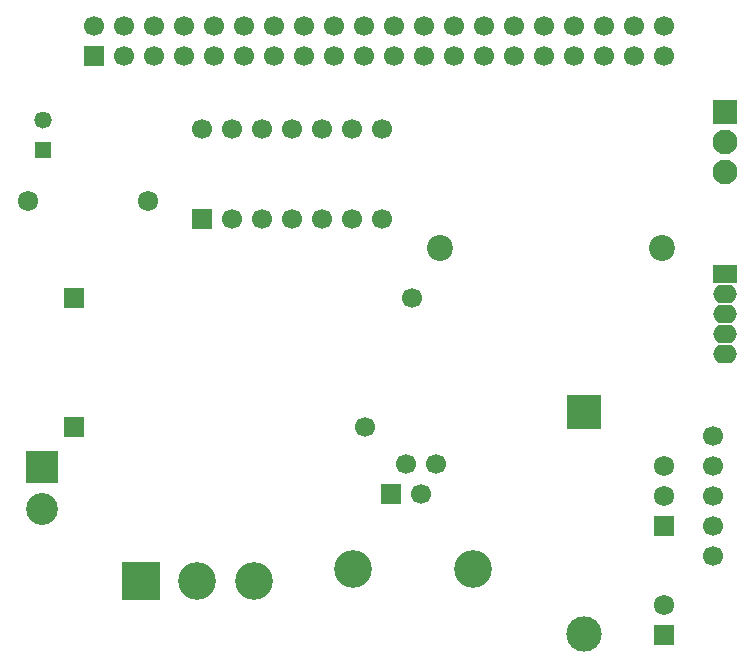
<source format=gbr>
G04 DipTrace 2.4.0.1*
%INBottomMask.gbr*%
%MOMM*%
%ADD32R,3.0X3.0*%
%ADD38C,3.2*%
%ADD40C,1.7*%
%ADD49O,2.0X1.6*%
%ADD51R,2.0X1.6*%
%ADD54R,3.2X3.2*%
%ADD55C,1.724*%
%ADD57C,2.1*%
%ADD58C,1.7*%
%ADD59R,2.1X2.1*%
%ADD60R,1.7X1.7*%
%ADD61C,2.2*%
%ADD63C,1.724*%
%ADD65R,1.724X1.724*%
%ADD67C,2.7*%
%ADD69R,2.7X2.7*%
%ADD72R,1.47X1.47*%
%ADD74C,1.47*%
%ADD76C,3.0*%
%FSLAX53Y53*%
G04*
G71*
G90*
G75*
G01*
%LNBotMask*%
%LPD*%
D60*
X16668Y29841D3*
D58*
X41338D3*
D60*
X16668Y40796D3*
D58*
X45328D3*
D32*
X59853Y31116D3*
D76*
Y12276D3*
D74*
X14050Y55850D3*
D72*
Y53310D3*
D60*
X18415Y61282D3*
D40*
X20955D3*
X23495D3*
X26035D3*
X28575D3*
X31115D3*
X33655D3*
X36195D3*
X38735D3*
X41275D3*
X43815D3*
X46355D3*
X48895D3*
X51435D3*
X53975D3*
X56515D3*
X59055D3*
X61595D3*
X64135D3*
X66675D3*
Y63822D3*
X64135D3*
X61595D3*
X59055D3*
X56515D3*
X53975D3*
X51435D3*
X48895D3*
X46355D3*
X43815D3*
X41275D3*
X38735D3*
X36195D3*
X33655D3*
X31115D3*
X28575D3*
X26035D3*
X23495D3*
X20955D3*
X18415D3*
D69*
X13950Y26430D3*
D67*
Y22930D3*
D60*
X43500Y24130D3*
D40*
X44770Y26670D3*
X46040Y24130D3*
X47310Y26670D3*
D38*
X40320Y17780D3*
X50480D3*
D65*
X66610Y21480D3*
D63*
Y24020D3*
Y26560D3*
D65*
Y12230D3*
D63*
Y14770D3*
D61*
X66424Y44955D3*
X47628D3*
D59*
X71761Y56519D3*
D57*
Y53979D3*
Y51439D3*
D63*
X12800Y48980D3*
D55*
X22960D3*
D54*
X22384Y16827D3*
D38*
X27134D3*
X31884D3*
D40*
X70808Y29052D3*
Y26512D3*
Y23972D3*
Y21432D3*
Y18892D3*
D60*
X27530Y47470D3*
D58*
X30070D3*
X32610D3*
X35150D3*
X37690D3*
X40230D3*
X42770D3*
Y55090D3*
X40230D3*
X37690D3*
X35150D3*
X32610D3*
X30070D3*
X27530D3*
D51*
X71760Y42820D3*
D49*
Y41110D3*
Y39400D3*
Y37690D3*
Y35980D3*
M02*

</source>
